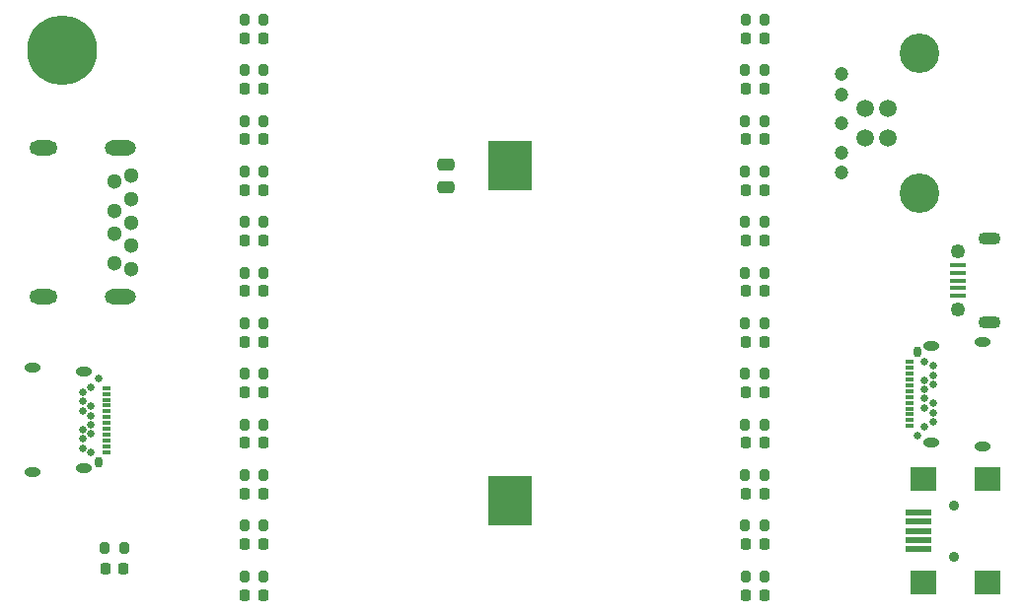
<source format=gbr>
%TF.GenerationSoftware,KiCad,Pcbnew,8.0.4*%
%TF.CreationDate,2024-12-07T18:54:13+01:00*%
%TF.ProjectId,usb_c_cable_tester,7573625f-635f-4636-9162-6c655f746573,2.2*%
%TF.SameCoordinates,Original*%
%TF.FileFunction,Soldermask,Top*%
%TF.FilePolarity,Negative*%
%FSLAX46Y46*%
G04 Gerber Fmt 4.6, Leading zero omitted, Abs format (unit mm)*
G04 Created by KiCad (PCBNEW 8.0.4) date 2024-12-07 18:54:13*
%MOMM*%
%LPD*%
G01*
G04 APERTURE LIST*
G04 Aperture macros list*
%AMRoundRect*
0 Rectangle with rounded corners*
0 $1 Rounding radius*
0 $2 $3 $4 $5 $6 $7 $8 $9 X,Y pos of 4 corners*
0 Add a 4 corners polygon primitive as box body*
4,1,4,$2,$3,$4,$5,$6,$7,$8,$9,$2,$3,0*
0 Add four circle primitives for the rounded corners*
1,1,$1+$1,$2,$3*
1,1,$1+$1,$4,$5*
1,1,$1+$1,$6,$7*
1,1,$1+$1,$8,$9*
0 Add four rect primitives between the rounded corners*
20,1,$1+$1,$2,$3,$4,$5,0*
20,1,$1+$1,$4,$5,$6,$7,0*
20,1,$1+$1,$6,$7,$8,$9,0*
20,1,$1+$1,$8,$9,$2,$3,0*%
G04 Aperture macros list end*
%ADD10R,1.350000X0.400000*%
%ADD11O,1.900000X1.100000*%
%ADD12C,1.250000*%
%ADD13RoundRect,0.218750X-0.218750X-0.256250X0.218750X-0.256250X0.218750X0.256250X-0.218750X0.256250X0*%
%ADD14RoundRect,0.200000X-0.200000X-0.275000X0.200000X-0.275000X0.200000X0.275000X-0.200000X0.275000X0*%
%ADD15C,0.900000*%
%ADD16R,2.200000X0.500000*%
%ADD17R,2.200000X2.000000*%
%ADD18C,6.000000*%
%ADD19C,0.650000*%
%ADD20O,0.650000X0.950000*%
%ADD21R,0.700000X0.300000*%
%ADD22O,1.400000X0.800000*%
%ADD23RoundRect,0.250000X-0.475000X0.250000X-0.475000X-0.250000X0.475000X-0.250000X0.475000X0.250000X0*%
%ADD24C,1.500000*%
%ADD25C,1.200000*%
%ADD26C,3.400000*%
%ADD27R,3.800000X4.200000*%
%ADD28C,1.300000*%
%ADD29O,2.700000X1.300000*%
%ADD30O,2.400000X1.300000*%
G04 APERTURE END LIST*
D10*
%TO.C,J3*%
X138450000Y-98300000D03*
X138450000Y-97650000D03*
X138450000Y-97000000D03*
X138450000Y-96350000D03*
X138450000Y-95700000D03*
D11*
X141100000Y-100600000D03*
D12*
X138450000Y-99500000D03*
X138450000Y-94500000D03*
D11*
X141100000Y-93400000D03*
%TD*%
D13*
%TO.C,D21*%
X65250000Y-121750000D03*
X66825000Y-121750000D03*
%TD*%
D14*
%TO.C,R4*%
X77175000Y-113709086D03*
X78825000Y-113709086D03*
%TD*%
D15*
%TO.C,J5*%
X138100000Y-120700000D03*
X138100000Y-116300000D03*
D16*
X135050000Y-120100000D03*
X135050000Y-119300000D03*
X135050000Y-118500000D03*
X135050000Y-117700000D03*
X135050000Y-116900000D03*
D17*
X135450000Y-122950000D03*
X140950000Y-122950000D03*
X135450000Y-114050000D03*
X140950000Y-114050000D03*
%TD*%
D14*
%TO.C,R25*%
X77175000Y-74600000D03*
X78825000Y-74600000D03*
%TD*%
D13*
%TO.C,D25*%
X77212500Y-76173913D03*
X78787500Y-76173913D03*
%TD*%
D14*
%TO.C,R7*%
X120135000Y-78945454D03*
X121785000Y-78945454D03*
%TD*%
%TO.C,R20*%
X120135000Y-87636362D03*
X121785000Y-87636362D03*
%TD*%
%TO.C,R16*%
X120135000Y-91981816D03*
X121785000Y-91981816D03*
%TD*%
D13*
%TO.C,D11*%
X77212500Y-102260869D03*
X78787500Y-102260869D03*
%TD*%
%TO.C,D8*%
X120212500Y-84869565D03*
X121787500Y-84869565D03*
%TD*%
D14*
%TO.C,R8*%
X120135000Y-83290908D03*
X121785000Y-83290908D03*
%TD*%
%TO.C,R17*%
X120135000Y-105018178D03*
X121785000Y-105018178D03*
%TD*%
%TO.C,R5*%
X120135000Y-118054540D03*
X121785000Y-118054540D03*
%TD*%
D18*
%TO.C,REF\u002A\u002A*%
X61500000Y-77250000D03*
%TD*%
D19*
%TO.C,J2*%
X64650000Y-105390000D03*
D20*
X64650000Y-112590000D03*
D21*
X65310000Y-106240000D03*
X65310000Y-106740000D03*
X65310000Y-107240000D03*
X65310000Y-107740000D03*
X65310000Y-108240000D03*
X65310000Y-108740000D03*
X65310000Y-109240000D03*
X65310000Y-109740000D03*
X65310000Y-110240000D03*
X65310000Y-110740000D03*
X65310000Y-111240000D03*
X65310000Y-111740000D03*
D19*
X64000000Y-111790000D03*
X63300000Y-111390000D03*
X63300000Y-110590000D03*
X64000000Y-110190000D03*
X63300000Y-109790000D03*
X64000000Y-109390000D03*
X64000000Y-108590000D03*
X63300000Y-108190000D03*
X64000000Y-107790000D03*
X63300000Y-107390000D03*
X63300000Y-106590000D03*
X64000000Y-106190000D03*
D22*
X59000000Y-104500000D03*
X63400000Y-104860000D03*
X63400000Y-113120000D03*
X59000000Y-113480000D03*
%TD*%
D13*
%TO.C,D5*%
X120212500Y-119652173D03*
X121787500Y-119652173D03*
%TD*%
%TO.C,D9*%
X77212500Y-80521739D03*
X78787500Y-80521739D03*
%TD*%
D23*
%TO.C,C1*%
X94500000Y-87050000D03*
X94500000Y-88950000D03*
%TD*%
D13*
%TO.C,D12*%
X120212500Y-97913043D03*
X121787500Y-97913043D03*
%TD*%
%TO.C,D16*%
X120212500Y-93565217D03*
X121787500Y-93565217D03*
%TD*%
D14*
%TO.C,R24*%
X77175000Y-122400000D03*
X78825000Y-122400000D03*
%TD*%
D13*
%TO.C,D10*%
X77212500Y-84869565D03*
X78787500Y-84869565D03*
%TD*%
%TO.C,D4*%
X77212500Y-115304347D03*
X78787500Y-115304347D03*
%TD*%
D14*
%TO.C,R14*%
X120135000Y-100672724D03*
X121785000Y-100672724D03*
%TD*%
D13*
%TO.C,D14*%
X120212500Y-102260869D03*
X121787500Y-102260869D03*
%TD*%
D14*
%TO.C,R1*%
X77175000Y-109363632D03*
X78825000Y-109363632D03*
%TD*%
D19*
%TO.C,J1*%
X134910000Y-110350000D03*
D20*
X134910000Y-103150000D03*
D21*
X134250000Y-109500000D03*
X134250000Y-109000000D03*
X134250000Y-108500000D03*
X134250000Y-108000000D03*
X134250000Y-107500000D03*
X134250000Y-107000000D03*
X134250000Y-106500000D03*
X134250000Y-106000000D03*
X134250000Y-105500000D03*
X134250000Y-105000000D03*
X134250000Y-104500000D03*
X134250000Y-104000000D03*
D19*
X135560000Y-103950000D03*
X136260000Y-104350000D03*
X136260000Y-105150000D03*
X135560000Y-105550000D03*
X136260000Y-105950000D03*
X135560000Y-106350000D03*
X135560000Y-107150000D03*
X136260000Y-107550000D03*
X135560000Y-107950000D03*
X136260000Y-108350000D03*
X136260000Y-109150000D03*
X135560000Y-109550000D03*
D22*
X140560000Y-111240000D03*
X136160000Y-110880000D03*
X136160000Y-102620000D03*
X140560000Y-102260000D03*
%TD*%
D14*
%TO.C,R13*%
X77175000Y-96327270D03*
X78825000Y-96327270D03*
%TD*%
D13*
%TO.C,D2*%
X77212500Y-89217391D03*
X78787500Y-89217391D03*
%TD*%
%TO.C,D15*%
X77212500Y-106608695D03*
X78787500Y-106608695D03*
%TD*%
D24*
%TO.C,J4*%
X130435000Y-82250000D03*
X130435000Y-84750000D03*
X132445000Y-84750000D03*
X132445000Y-82250000D03*
D25*
X128445000Y-87750000D03*
X128445000Y-86000000D03*
X128445000Y-83500000D03*
X128445000Y-81000000D03*
X128445000Y-79250000D03*
D26*
X135145000Y-89520000D03*
X135145000Y-77480000D03*
%TD*%
D13*
%TO.C,D22*%
X120212500Y-76173913D03*
X121787500Y-76173913D03*
%TD*%
D27*
%TO.C,BT1*%
X100000000Y-87110000D03*
X100000000Y-115890000D03*
%TD*%
D14*
%TO.C,R18*%
X77175000Y-91981816D03*
X78825000Y-91981816D03*
%TD*%
%TO.C,R23*%
X120175000Y-122400000D03*
X121825000Y-122400000D03*
%TD*%
D13*
%TO.C,D6*%
X120212500Y-115304347D03*
X121787500Y-115304347D03*
%TD*%
D28*
%TO.C,J6*%
X66000000Y-88500000D03*
X66000000Y-91000000D03*
X66000000Y-93000000D03*
X66000000Y-95500000D03*
X67500000Y-96000000D03*
X67500000Y-94000000D03*
X67500000Y-92000000D03*
X67500000Y-90000000D03*
X67500000Y-88000000D03*
D29*
X66500000Y-85600000D03*
D30*
X59900000Y-85600000D03*
D29*
X66500000Y-98400000D03*
D30*
X59900000Y-98400000D03*
%TD*%
D13*
%TO.C,D20*%
X120212500Y-89217391D03*
X121787500Y-89217391D03*
%TD*%
D14*
%TO.C,R2*%
X77175000Y-87636362D03*
X78825000Y-87636362D03*
%TD*%
D13*
%TO.C,D17*%
X120212500Y-106608695D03*
X121787500Y-106608695D03*
%TD*%
D14*
%TO.C,R10*%
X77175000Y-83290908D03*
X78825000Y-83290908D03*
%TD*%
%TO.C,R3*%
X77175000Y-118054540D03*
X78825000Y-118054540D03*
%TD*%
D13*
%TO.C,D23*%
X120212500Y-124000000D03*
X121787500Y-124000000D03*
%TD*%
D14*
%TO.C,R19*%
X120135000Y-109363632D03*
X121785000Y-109363632D03*
%TD*%
%TO.C,R12*%
X120135000Y-96327270D03*
X121785000Y-96327270D03*
%TD*%
%TO.C,R9*%
X77175000Y-78945454D03*
X78825000Y-78945454D03*
%TD*%
D13*
%TO.C,D1*%
X77212500Y-110956521D03*
X78787500Y-110956521D03*
%TD*%
D14*
%TO.C,R22*%
X120175000Y-74600000D03*
X121825000Y-74600000D03*
%TD*%
D13*
%TO.C,D19*%
X120212500Y-110956521D03*
X121787500Y-110956521D03*
%TD*%
D14*
%TO.C,R15*%
X77175000Y-105018178D03*
X78825000Y-105018178D03*
%TD*%
D13*
%TO.C,D7*%
X120212500Y-80521739D03*
X121787500Y-80521739D03*
%TD*%
D14*
%TO.C,R21*%
X65212500Y-120000000D03*
X66862500Y-120000000D03*
%TD*%
D13*
%TO.C,D3*%
X77212500Y-119652173D03*
X78787500Y-119652173D03*
%TD*%
%TO.C,D24*%
X77212500Y-124000000D03*
X78787500Y-124000000D03*
%TD*%
%TO.C,D13*%
X77212500Y-97913043D03*
X78787500Y-97913043D03*
%TD*%
D14*
%TO.C,R6*%
X120135000Y-113709086D03*
X121785000Y-113709086D03*
%TD*%
%TO.C,R11*%
X77175000Y-100672724D03*
X78825000Y-100672724D03*
%TD*%
D13*
%TO.C,D18*%
X77212500Y-93565217D03*
X78787500Y-93565217D03*
%TD*%
M02*

</source>
